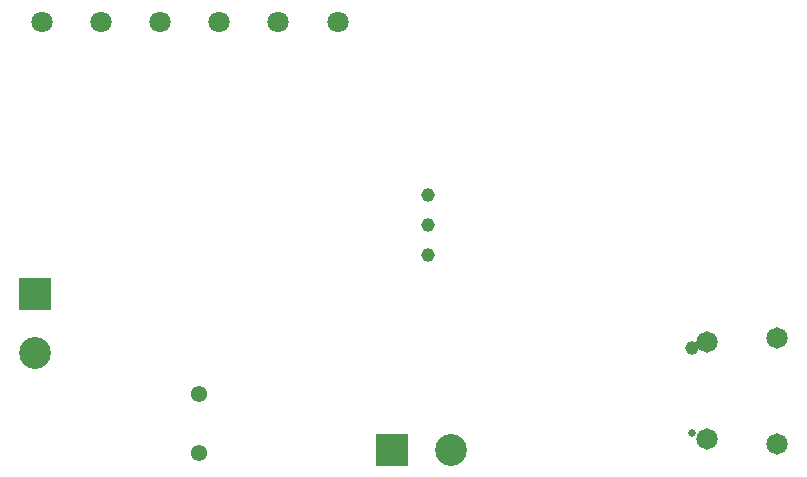
<source format=gbr>
%TF.GenerationSoftware,KiCad,Pcbnew,9.0.0*%
%TF.CreationDate,2025-02-26T09:32:18-04:00*%
%TF.ProjectId,PCB_Control_de_motor,5043425f-436f-46e7-9472-6f6c5f64655f,rev?*%
%TF.SameCoordinates,Original*%
%TF.FileFunction,Soldermask,Bot*%
%TF.FilePolarity,Negative*%
%FSLAX46Y46*%
G04 Gerber Fmt 4.6, Leading zero omitted, Abs format (unit mm)*
G04 Created by KiCad (PCBNEW 9.0.0) date 2025-02-26 09:32:18*
%MOMM*%
%LPD*%
G01*
G04 APERTURE LIST*
%ADD10C,0.650000*%
%ADD11C,1.150000*%
%ADD12C,1.815000*%
%ADD13R,2.700000X2.700000*%
%ADD14C,2.700000*%
%ADD15C,1.381000*%
%ADD16C,1.800000*%
G04 APERTURE END LIST*
D10*
%TO.C,USB-C1*%
X178800000Y-111600000D03*
D11*
X178800000Y-104400000D03*
D12*
X180050000Y-112130000D03*
X180050000Y-103870000D03*
X186000000Y-103510000D03*
X186000000Y-112490000D03*
%TD*%
D13*
%TO.C,Motor1*%
X123200000Y-99800000D03*
D14*
X123200000Y-104800000D03*
%TD*%
D11*
%TO.C,Potenci\u00F3metro1*%
X156495000Y-91460000D03*
X156495000Y-94000000D03*
X156495000Y-96540000D03*
%TD*%
D15*
%TO.C,L1*%
X137100000Y-108300000D03*
X137100000Y-113300000D03*
%TD*%
D16*
%TO.C,Sensores_Boton1*%
X148800000Y-76800000D03*
X143800000Y-76800000D03*
X138800000Y-76800000D03*
X133800000Y-76800000D03*
X128800000Y-76800000D03*
X123800000Y-76800000D03*
%TD*%
D13*
%TO.C,Bater\u00EDa1*%
X153400000Y-113000000D03*
D14*
X158400000Y-113000000D03*
%TD*%
M02*

</source>
